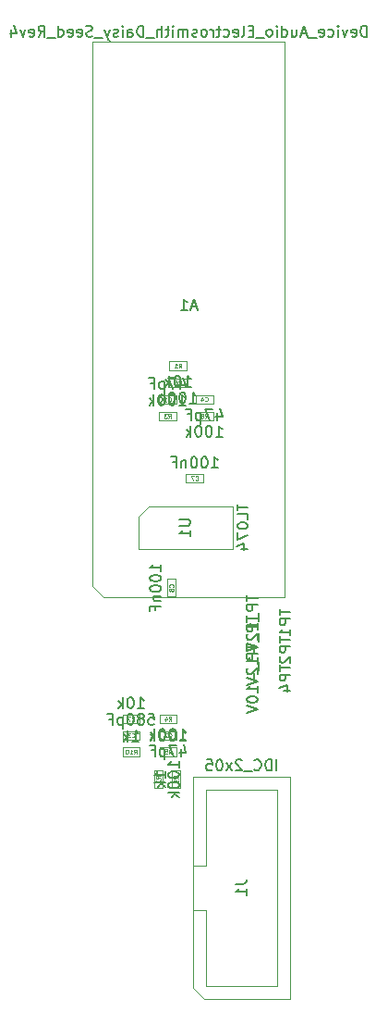
<source format=gbr>
%TF.GenerationSoftware,KiCad,Pcbnew,6.0.10+dfsg-1~bpo11+1*%
%TF.CreationDate,2023-02-01T15:11:05+08:00*%
%TF.ProjectId,MiniVerb v2.0 - Main,4d696e69-5665-4726-9220-76322e30202d,rev?*%
%TF.SameCoordinates,Original*%
%TF.FileFunction,AssemblyDrawing,Bot*%
%FSLAX46Y46*%
G04 Gerber Fmt 4.6, Leading zero omitted, Abs format (unit mm)*
G04 Created by KiCad (PCBNEW 6.0.10+dfsg-1~bpo11+1) date 2023-02-01 15:11:05*
%MOMM*%
%LPD*%
G01*
G04 APERTURE LIST*
%ADD10C,0.150000*%
%ADD11C,0.060000*%
%ADD12C,0.100000*%
G04 APERTURE END LIST*
D10*
%TO.C,R9*%
X133022380Y-130880952D02*
X133022380Y-130309523D01*
X133022380Y-130595238D02*
X132022380Y-130595238D01*
X132165238Y-130500000D01*
X132260476Y-130404761D01*
X132308095Y-130309523D01*
X133022380Y-131309523D02*
X132022380Y-131309523D01*
X132641428Y-131404761D02*
X133022380Y-131690476D01*
X132355714Y-131690476D02*
X132736666Y-131309523D01*
D11*
X134180952Y-130933333D02*
X133990476Y-130800000D01*
X134180952Y-130704761D02*
X133780952Y-130704761D01*
X133780952Y-130857142D01*
X133800000Y-130895238D01*
X133819047Y-130914285D01*
X133857142Y-130933333D01*
X133914285Y-130933333D01*
X133952380Y-130914285D01*
X133971428Y-130895238D01*
X133990476Y-130857142D01*
X133990476Y-130704761D01*
X134180952Y-131123809D02*
X134180952Y-131200000D01*
X134161904Y-131238095D01*
X134142857Y-131257142D01*
X134085714Y-131295238D01*
X134009523Y-131314285D01*
X133857142Y-131314285D01*
X133819047Y-131295238D01*
X133800000Y-131276190D01*
X133780952Y-131238095D01*
X133780952Y-131161904D01*
X133800000Y-131123809D01*
X133819047Y-131104761D01*
X133857142Y-131085714D01*
X133952380Y-131085714D01*
X133990476Y-131104761D01*
X134009523Y-131123809D01*
X134028571Y-131161904D01*
X134028571Y-131238095D01*
X134009523Y-131276190D01*
X133990476Y-131295238D01*
X133952380Y-131314285D01*
D10*
%TO.C,C7*%
X137267619Y-102522380D02*
X137839047Y-102522380D01*
X137553333Y-102522380D02*
X137553333Y-101522380D01*
X137648571Y-101665238D01*
X137743809Y-101760476D01*
X137839047Y-101808095D01*
X136648571Y-101522380D02*
X136553333Y-101522380D01*
X136458095Y-101570000D01*
X136410476Y-101617619D01*
X136362857Y-101712857D01*
X136315238Y-101903333D01*
X136315238Y-102141428D01*
X136362857Y-102331904D01*
X136410476Y-102427142D01*
X136458095Y-102474761D01*
X136553333Y-102522380D01*
X136648571Y-102522380D01*
X136743809Y-102474761D01*
X136791428Y-102427142D01*
X136839047Y-102331904D01*
X136886666Y-102141428D01*
X136886666Y-101903333D01*
X136839047Y-101712857D01*
X136791428Y-101617619D01*
X136743809Y-101570000D01*
X136648571Y-101522380D01*
X135696190Y-101522380D02*
X135600952Y-101522380D01*
X135505714Y-101570000D01*
X135458095Y-101617619D01*
X135410476Y-101712857D01*
X135362857Y-101903333D01*
X135362857Y-102141428D01*
X135410476Y-102331904D01*
X135458095Y-102427142D01*
X135505714Y-102474761D01*
X135600952Y-102522380D01*
X135696190Y-102522380D01*
X135791428Y-102474761D01*
X135839047Y-102427142D01*
X135886666Y-102331904D01*
X135934285Y-102141428D01*
X135934285Y-101903333D01*
X135886666Y-101712857D01*
X135839047Y-101617619D01*
X135791428Y-101570000D01*
X135696190Y-101522380D01*
X134934285Y-101855714D02*
X134934285Y-102522380D01*
X134934285Y-101950952D02*
X134886666Y-101903333D01*
X134791428Y-101855714D01*
X134648571Y-101855714D01*
X134553333Y-101903333D01*
X134505714Y-101998571D01*
X134505714Y-102522380D01*
X133696190Y-101998571D02*
X134029523Y-101998571D01*
X134029523Y-102522380D02*
X134029523Y-101522380D01*
X133553333Y-101522380D01*
D11*
X135786666Y-103642857D02*
X135805714Y-103661904D01*
X135862857Y-103680952D01*
X135900952Y-103680952D01*
X135958095Y-103661904D01*
X135996190Y-103623809D01*
X136015238Y-103585714D01*
X136034285Y-103509523D01*
X136034285Y-103452380D01*
X136015238Y-103376190D01*
X135996190Y-103338095D01*
X135958095Y-103300000D01*
X135900952Y-103280952D01*
X135862857Y-103280952D01*
X135805714Y-103300000D01*
X135786666Y-103319047D01*
X135653333Y-103280952D02*
X135386666Y-103280952D01*
X135558095Y-103680952D01*
D10*
%TO.C,C8*%
X132622380Y-111952380D02*
X132622380Y-111380952D01*
X132622380Y-111666666D02*
X131622380Y-111666666D01*
X131765238Y-111571428D01*
X131860476Y-111476190D01*
X131908095Y-111380952D01*
X131622380Y-112571428D02*
X131622380Y-112666666D01*
X131670000Y-112761904D01*
X131717619Y-112809523D01*
X131812857Y-112857142D01*
X132003333Y-112904761D01*
X132241428Y-112904761D01*
X132431904Y-112857142D01*
X132527142Y-112809523D01*
X132574761Y-112761904D01*
X132622380Y-112666666D01*
X132622380Y-112571428D01*
X132574761Y-112476190D01*
X132527142Y-112428571D01*
X132431904Y-112380952D01*
X132241428Y-112333333D01*
X132003333Y-112333333D01*
X131812857Y-112380952D01*
X131717619Y-112428571D01*
X131670000Y-112476190D01*
X131622380Y-112571428D01*
X131622380Y-113523809D02*
X131622380Y-113619047D01*
X131670000Y-113714285D01*
X131717619Y-113761904D01*
X131812857Y-113809523D01*
X132003333Y-113857142D01*
X132241428Y-113857142D01*
X132431904Y-113809523D01*
X132527142Y-113761904D01*
X132574761Y-113714285D01*
X132622380Y-113619047D01*
X132622380Y-113523809D01*
X132574761Y-113428571D01*
X132527142Y-113380952D01*
X132431904Y-113333333D01*
X132241428Y-113285714D01*
X132003333Y-113285714D01*
X131812857Y-113333333D01*
X131717619Y-113380952D01*
X131670000Y-113428571D01*
X131622380Y-113523809D01*
X131955714Y-114285714D02*
X132622380Y-114285714D01*
X132050952Y-114285714D02*
X132003333Y-114333333D01*
X131955714Y-114428571D01*
X131955714Y-114571428D01*
X132003333Y-114666666D01*
X132098571Y-114714285D01*
X132622380Y-114714285D01*
X132098571Y-115523809D02*
X132098571Y-115190476D01*
X132622380Y-115190476D02*
X131622380Y-115190476D01*
X131622380Y-115666666D01*
D11*
X133742857Y-113433333D02*
X133761904Y-113414285D01*
X133780952Y-113357142D01*
X133780952Y-113319047D01*
X133761904Y-113261904D01*
X133723809Y-113223809D01*
X133685714Y-113204761D01*
X133609523Y-113185714D01*
X133552380Y-113185714D01*
X133476190Y-113204761D01*
X133438095Y-113223809D01*
X133400000Y-113261904D01*
X133380952Y-113319047D01*
X133380952Y-113357142D01*
X133400000Y-113414285D01*
X133419047Y-113433333D01*
X133552380Y-113661904D02*
X133533333Y-113623809D01*
X133514285Y-113604761D01*
X133476190Y-113585714D01*
X133457142Y-113585714D01*
X133419047Y-113604761D01*
X133400000Y-113623809D01*
X133380952Y-113661904D01*
X133380952Y-113738095D01*
X133400000Y-113776190D01*
X133419047Y-113795238D01*
X133457142Y-113814285D01*
X133476190Y-113814285D01*
X133514285Y-113795238D01*
X133533333Y-113776190D01*
X133552380Y-113738095D01*
X133552380Y-113661904D01*
X133571428Y-113623809D01*
X133590476Y-113604761D01*
X133628571Y-113585714D01*
X133704761Y-113585714D01*
X133742857Y-113604761D01*
X133761904Y-113623809D01*
X133780952Y-113661904D01*
X133780952Y-113738095D01*
X133761904Y-113776190D01*
X133742857Y-113795238D01*
X133704761Y-113814285D01*
X133628571Y-113814285D01*
X133590476Y-113795238D01*
X133571428Y-113776190D01*
X133552380Y-113738095D01*
D10*
%TO.C,TP4*%
X140502380Y-118633333D02*
X140502380Y-119204761D01*
X141502380Y-118919047D02*
X140502380Y-118919047D01*
X141502380Y-119538095D02*
X140502380Y-119538095D01*
X140502380Y-119919047D01*
X140550000Y-120014285D01*
X140597619Y-120061904D01*
X140692857Y-120109523D01*
X140835714Y-120109523D01*
X140930952Y-120061904D01*
X140978571Y-120014285D01*
X141026190Y-119919047D01*
X141026190Y-119538095D01*
X141597619Y-120300000D02*
X141597619Y-121061904D01*
X141121428Y-121300000D02*
X141121428Y-122061904D01*
X141502380Y-123061904D02*
X141502380Y-122490476D01*
X141502380Y-122776190D02*
X140502380Y-122776190D01*
X140645238Y-122680952D01*
X140740476Y-122585714D01*
X140788095Y-122490476D01*
X140502380Y-123680952D02*
X140502380Y-123776190D01*
X140550000Y-123871428D01*
X140597619Y-123919047D01*
X140692857Y-123966666D01*
X140883333Y-124014285D01*
X141121428Y-124014285D01*
X141311904Y-123966666D01*
X141407142Y-123919047D01*
X141454761Y-123871428D01*
X141502380Y-123776190D01*
X141502380Y-123680952D01*
X141454761Y-123585714D01*
X141407142Y-123538095D01*
X141311904Y-123490476D01*
X141121428Y-123442857D01*
X140883333Y-123442857D01*
X140692857Y-123490476D01*
X140597619Y-123538095D01*
X140550000Y-123585714D01*
X140502380Y-123680952D01*
X140502380Y-124300000D02*
X141502380Y-124633333D01*
X140502380Y-124966666D01*
X143502380Y-120538095D02*
X143502380Y-121109523D01*
X144502380Y-120823809D02*
X143502380Y-120823809D01*
X144502380Y-121442857D02*
X143502380Y-121442857D01*
X143502380Y-121823809D01*
X143550000Y-121919047D01*
X143597619Y-121966666D01*
X143692857Y-122014285D01*
X143835714Y-122014285D01*
X143930952Y-121966666D01*
X143978571Y-121919047D01*
X144026190Y-121823809D01*
X144026190Y-121442857D01*
X143835714Y-122871428D02*
X144502380Y-122871428D01*
X143454761Y-122633333D02*
X144169047Y-122395238D01*
X144169047Y-123014285D01*
%TO.C,C2*%
X134454166Y-128215714D02*
X134454166Y-128882380D01*
X134692261Y-127834761D02*
X134930357Y-128549047D01*
X134311309Y-128549047D01*
X134025595Y-127882380D02*
X133358928Y-127882380D01*
X133787500Y-128882380D01*
X132977976Y-128215714D02*
X132977976Y-129215714D01*
X132977976Y-128263333D02*
X132882738Y-128215714D01*
X132692261Y-128215714D01*
X132597023Y-128263333D01*
X132549404Y-128310952D01*
X132501785Y-128406190D01*
X132501785Y-128691904D01*
X132549404Y-128787142D01*
X132597023Y-128834761D01*
X132692261Y-128882380D01*
X132882738Y-128882380D01*
X132977976Y-128834761D01*
X131739880Y-128358571D02*
X132073214Y-128358571D01*
X132073214Y-128882380D02*
X132073214Y-127882380D01*
X131597023Y-127882380D01*
D11*
X133354166Y-127142857D02*
X133373214Y-127161904D01*
X133430357Y-127180952D01*
X133468452Y-127180952D01*
X133525595Y-127161904D01*
X133563690Y-127123809D01*
X133582738Y-127085714D01*
X133601785Y-127009523D01*
X133601785Y-126952380D01*
X133582738Y-126876190D01*
X133563690Y-126838095D01*
X133525595Y-126800000D01*
X133468452Y-126780952D01*
X133430357Y-126780952D01*
X133373214Y-126800000D01*
X133354166Y-126819047D01*
X133201785Y-126819047D02*
X133182738Y-126800000D01*
X133144642Y-126780952D01*
X133049404Y-126780952D01*
X133011309Y-126800000D01*
X132992261Y-126819047D01*
X132973214Y-126857142D01*
X132973214Y-126895238D01*
X132992261Y-126952380D01*
X133220833Y-127180952D01*
X132973214Y-127180952D01*
D10*
%TO.C,R1*%
X134795238Y-95100380D02*
X135366666Y-95100380D01*
X135080952Y-95100380D02*
X135080952Y-94100380D01*
X135176190Y-94243238D01*
X135271428Y-94338476D01*
X135366666Y-94386095D01*
X134176190Y-94100380D02*
X134080952Y-94100380D01*
X133985714Y-94148000D01*
X133938095Y-94195619D01*
X133890476Y-94290857D01*
X133842857Y-94481333D01*
X133842857Y-94719428D01*
X133890476Y-94909904D01*
X133938095Y-95005142D01*
X133985714Y-95052761D01*
X134080952Y-95100380D01*
X134176190Y-95100380D01*
X134271428Y-95052761D01*
X134319047Y-95005142D01*
X134366666Y-94909904D01*
X134414285Y-94719428D01*
X134414285Y-94481333D01*
X134366666Y-94290857D01*
X134319047Y-94195619D01*
X134271428Y-94148000D01*
X134176190Y-94100380D01*
X133414285Y-95100380D02*
X133414285Y-94100380D01*
X133319047Y-94719428D02*
X133033333Y-95100380D01*
X133033333Y-94433714D02*
X133414285Y-94814666D01*
D11*
X134266666Y-93398952D02*
X134400000Y-93208476D01*
X134495238Y-93398952D02*
X134495238Y-92998952D01*
X134342857Y-92998952D01*
X134304761Y-93018000D01*
X134285714Y-93037047D01*
X134266666Y-93075142D01*
X134266666Y-93132285D01*
X134285714Y-93170380D01*
X134304761Y-93189428D01*
X134342857Y-93208476D01*
X134495238Y-93208476D01*
X133885714Y-93398952D02*
X134114285Y-93398952D01*
X134000000Y-93398952D02*
X134000000Y-92998952D01*
X134038095Y-93056095D01*
X134076190Y-93094190D01*
X134114285Y-93113238D01*
D10*
%TO.C,TP1*%
X140502380Y-114152380D02*
X140502380Y-114723809D01*
X141502380Y-114438095D02*
X140502380Y-114438095D01*
X141502380Y-115057142D02*
X140502380Y-115057142D01*
X140502380Y-115438095D01*
X140550000Y-115533333D01*
X140597619Y-115580952D01*
X140692857Y-115628571D01*
X140835714Y-115628571D01*
X140930952Y-115580952D01*
X140978571Y-115533333D01*
X141026190Y-115438095D01*
X141026190Y-115057142D01*
X141597619Y-115819047D02*
X141597619Y-116580952D01*
X141502380Y-117342857D02*
X141502380Y-116771428D01*
X141502380Y-117057142D02*
X140502380Y-117057142D01*
X140645238Y-116961904D01*
X140740476Y-116866666D01*
X140788095Y-116771428D01*
X140597619Y-117723809D02*
X140550000Y-117771428D01*
X140502380Y-117866666D01*
X140502380Y-118104761D01*
X140550000Y-118200000D01*
X140597619Y-118247619D01*
X140692857Y-118295238D01*
X140788095Y-118295238D01*
X140930952Y-118247619D01*
X141502380Y-117676190D01*
X141502380Y-118295238D01*
X140502380Y-118580952D02*
X141502380Y-118914285D01*
X140502380Y-119247619D01*
X143502380Y-115438095D02*
X143502380Y-116009523D01*
X144502380Y-115723809D02*
X143502380Y-115723809D01*
X144502380Y-116342857D02*
X143502380Y-116342857D01*
X143502380Y-116723809D01*
X143550000Y-116819047D01*
X143597619Y-116866666D01*
X143692857Y-116914285D01*
X143835714Y-116914285D01*
X143930952Y-116866666D01*
X143978571Y-116819047D01*
X144026190Y-116723809D01*
X144026190Y-116342857D01*
X144502380Y-117866666D02*
X144502380Y-117295238D01*
X144502380Y-117580952D02*
X143502380Y-117580952D01*
X143645238Y-117485714D01*
X143740476Y-117390476D01*
X143788095Y-117295238D01*
%TO.C,U1*%
X139606380Y-105870952D02*
X139606380Y-106442380D01*
X140606380Y-106156666D02*
X139606380Y-106156666D01*
X140606380Y-107251904D02*
X140606380Y-106775714D01*
X139606380Y-106775714D01*
X139606380Y-107775714D02*
X139606380Y-107870952D01*
X139654000Y-107966190D01*
X139701619Y-108013809D01*
X139796857Y-108061428D01*
X139987333Y-108109047D01*
X140225428Y-108109047D01*
X140415904Y-108061428D01*
X140511142Y-108013809D01*
X140558761Y-107966190D01*
X140606380Y-107870952D01*
X140606380Y-107775714D01*
X140558761Y-107680476D01*
X140511142Y-107632857D01*
X140415904Y-107585238D01*
X140225428Y-107537619D01*
X139987333Y-107537619D01*
X139796857Y-107585238D01*
X139701619Y-107632857D01*
X139654000Y-107680476D01*
X139606380Y-107775714D01*
X139606380Y-108442380D02*
X139606380Y-109109047D01*
X140606380Y-108680476D01*
X139939714Y-109918571D02*
X140606380Y-109918571D01*
X139558761Y-109680476D02*
X140273047Y-109442380D01*
X140273047Y-110061428D01*
X134337333Y-107243333D02*
X135130666Y-107243333D01*
X135224000Y-107290000D01*
X135270666Y-107336666D01*
X135317333Y-107430000D01*
X135317333Y-107616666D01*
X135270666Y-107710000D01*
X135224000Y-107756666D01*
X135130666Y-107803333D01*
X134337333Y-107803333D01*
X135317333Y-108783333D02*
X135317333Y-108223333D01*
X135317333Y-108503333D02*
X134337333Y-108503333D01*
X134477333Y-108410000D01*
X134570666Y-108316666D01*
X134617333Y-108223333D01*
%TO.C,TP2*%
X140502380Y-116033333D02*
X140502380Y-116604761D01*
X141502380Y-116319047D02*
X140502380Y-116319047D01*
X141502380Y-116938095D02*
X140502380Y-116938095D01*
X140502380Y-117319047D01*
X140550000Y-117414285D01*
X140597619Y-117461904D01*
X140692857Y-117509523D01*
X140835714Y-117509523D01*
X140930952Y-117461904D01*
X140978571Y-117414285D01*
X141026190Y-117319047D01*
X141026190Y-116938095D01*
X141597619Y-117700000D02*
X141597619Y-118461904D01*
X141121428Y-118700000D02*
X141121428Y-119461904D01*
X141502380Y-120461904D02*
X141502380Y-119890476D01*
X141502380Y-120176190D02*
X140502380Y-120176190D01*
X140645238Y-120080952D01*
X140740476Y-119985714D01*
X140788095Y-119890476D01*
X140597619Y-120842857D02*
X140550000Y-120890476D01*
X140502380Y-120985714D01*
X140502380Y-121223809D01*
X140550000Y-121319047D01*
X140597619Y-121366666D01*
X140692857Y-121414285D01*
X140788095Y-121414285D01*
X140930952Y-121366666D01*
X141502380Y-120795238D01*
X141502380Y-121414285D01*
X140502380Y-121700000D02*
X141502380Y-122033333D01*
X140502380Y-122366666D01*
X143502380Y-117938095D02*
X143502380Y-118509523D01*
X144502380Y-118223809D02*
X143502380Y-118223809D01*
X144502380Y-118842857D02*
X143502380Y-118842857D01*
X143502380Y-119223809D01*
X143550000Y-119319047D01*
X143597619Y-119366666D01*
X143692857Y-119414285D01*
X143835714Y-119414285D01*
X143930952Y-119366666D01*
X143978571Y-119319047D01*
X144026190Y-119223809D01*
X144026190Y-118842857D01*
X143597619Y-119795238D02*
X143550000Y-119842857D01*
X143502380Y-119938095D01*
X143502380Y-120176190D01*
X143550000Y-120271428D01*
X143597619Y-120319047D01*
X143692857Y-120366666D01*
X143788095Y-120366666D01*
X143930952Y-120319047D01*
X144502380Y-119747619D01*
X144502380Y-120366666D01*
%TO.C,R3*%
X134301428Y-96827380D02*
X134872857Y-96827380D01*
X134587142Y-96827380D02*
X134587142Y-95827380D01*
X134682380Y-95970238D01*
X134777619Y-96065476D01*
X134872857Y-96113095D01*
X133682380Y-95827380D02*
X133587142Y-95827380D01*
X133491904Y-95875000D01*
X133444285Y-95922619D01*
X133396666Y-96017857D01*
X133349047Y-96208333D01*
X133349047Y-96446428D01*
X133396666Y-96636904D01*
X133444285Y-96732142D01*
X133491904Y-96779761D01*
X133587142Y-96827380D01*
X133682380Y-96827380D01*
X133777619Y-96779761D01*
X133825238Y-96732142D01*
X133872857Y-96636904D01*
X133920476Y-96446428D01*
X133920476Y-96208333D01*
X133872857Y-96017857D01*
X133825238Y-95922619D01*
X133777619Y-95875000D01*
X133682380Y-95827380D01*
X132730000Y-95827380D02*
X132634761Y-95827380D01*
X132539523Y-95875000D01*
X132491904Y-95922619D01*
X132444285Y-96017857D01*
X132396666Y-96208333D01*
X132396666Y-96446428D01*
X132444285Y-96636904D01*
X132491904Y-96732142D01*
X132539523Y-96779761D01*
X132634761Y-96827380D01*
X132730000Y-96827380D01*
X132825238Y-96779761D01*
X132872857Y-96732142D01*
X132920476Y-96636904D01*
X132968095Y-96446428D01*
X132968095Y-96208333D01*
X132920476Y-96017857D01*
X132872857Y-95922619D01*
X132825238Y-95875000D01*
X132730000Y-95827380D01*
X131968095Y-96827380D02*
X131968095Y-95827380D01*
X131872857Y-96446428D02*
X131587142Y-96827380D01*
X131587142Y-96160714D02*
X131968095Y-96541666D01*
D11*
X133296666Y-97985952D02*
X133430000Y-97795476D01*
X133525238Y-97985952D02*
X133525238Y-97585952D01*
X133372857Y-97585952D01*
X133334761Y-97605000D01*
X133315714Y-97624047D01*
X133296666Y-97662142D01*
X133296666Y-97719285D01*
X133315714Y-97757380D01*
X133334761Y-97776428D01*
X133372857Y-97795476D01*
X133525238Y-97795476D01*
X133163333Y-97585952D02*
X132915714Y-97585952D01*
X133049047Y-97738333D01*
X132991904Y-97738333D01*
X132953809Y-97757380D01*
X132934761Y-97776428D01*
X132915714Y-97814523D01*
X132915714Y-97909761D01*
X132934761Y-97947857D01*
X132953809Y-97966904D01*
X132991904Y-97985952D01*
X133106190Y-97985952D01*
X133144285Y-97966904D01*
X133163333Y-97947857D01*
D10*
%TO.C,J1*%
X143231785Y-130203380D02*
X143231785Y-129203380D01*
X142755595Y-130203380D02*
X142755595Y-129203380D01*
X142517500Y-129203380D01*
X142374642Y-129251000D01*
X142279404Y-129346238D01*
X142231785Y-129441476D01*
X142184166Y-129631952D01*
X142184166Y-129774809D01*
X142231785Y-129965285D01*
X142279404Y-130060523D01*
X142374642Y-130155761D01*
X142517500Y-130203380D01*
X142755595Y-130203380D01*
X141184166Y-130108142D02*
X141231785Y-130155761D01*
X141374642Y-130203380D01*
X141469880Y-130203380D01*
X141612738Y-130155761D01*
X141707976Y-130060523D01*
X141755595Y-129965285D01*
X141803214Y-129774809D01*
X141803214Y-129631952D01*
X141755595Y-129441476D01*
X141707976Y-129346238D01*
X141612738Y-129251000D01*
X141469880Y-129203380D01*
X141374642Y-129203380D01*
X141231785Y-129251000D01*
X141184166Y-129298619D01*
X140993690Y-130298619D02*
X140231785Y-130298619D01*
X140041309Y-129298619D02*
X139993690Y-129251000D01*
X139898452Y-129203380D01*
X139660357Y-129203380D01*
X139565119Y-129251000D01*
X139517500Y-129298619D01*
X139469880Y-129393857D01*
X139469880Y-129489095D01*
X139517500Y-129631952D01*
X140088928Y-130203380D01*
X139469880Y-130203380D01*
X139136547Y-130203380D02*
X138612738Y-129536714D01*
X139136547Y-129536714D02*
X138612738Y-130203380D01*
X138041309Y-129203380D02*
X137946071Y-129203380D01*
X137850833Y-129251000D01*
X137803214Y-129298619D01*
X137755595Y-129393857D01*
X137707976Y-129584333D01*
X137707976Y-129822428D01*
X137755595Y-130012904D01*
X137803214Y-130108142D01*
X137850833Y-130155761D01*
X137946071Y-130203380D01*
X138041309Y-130203380D01*
X138136547Y-130155761D01*
X138184166Y-130108142D01*
X138231785Y-130012904D01*
X138279404Y-129822428D01*
X138279404Y-129584333D01*
X138231785Y-129393857D01*
X138184166Y-129298619D01*
X138136547Y-129251000D01*
X138041309Y-129203380D01*
X136803214Y-129203380D02*
X137279404Y-129203380D01*
X137327023Y-129679571D01*
X137279404Y-129631952D01*
X137184166Y-129584333D01*
X136946071Y-129584333D01*
X136850833Y-129631952D01*
X136803214Y-129679571D01*
X136755595Y-129774809D01*
X136755595Y-130012904D01*
X136803214Y-130108142D01*
X136850833Y-130155761D01*
X136946071Y-130203380D01*
X137184166Y-130203380D01*
X137279404Y-130155761D01*
X137327023Y-130108142D01*
X139469880Y-140597666D02*
X140184166Y-140597666D01*
X140327023Y-140550047D01*
X140422261Y-140454809D01*
X140469880Y-140311952D01*
X140469880Y-140216714D01*
X140469880Y-141597666D02*
X140469880Y-141026238D01*
X140469880Y-141311952D02*
X139469880Y-141311952D01*
X139612738Y-141216714D01*
X139707976Y-141121476D01*
X139755595Y-141026238D01*
%TO.C,C3*%
X131495238Y-125022380D02*
X131971428Y-125022380D01*
X132019047Y-125498571D01*
X131971428Y-125450952D01*
X131876190Y-125403333D01*
X131638095Y-125403333D01*
X131542857Y-125450952D01*
X131495238Y-125498571D01*
X131447619Y-125593809D01*
X131447619Y-125831904D01*
X131495238Y-125927142D01*
X131542857Y-125974761D01*
X131638095Y-126022380D01*
X131876190Y-126022380D01*
X131971428Y-125974761D01*
X132019047Y-125927142D01*
X130876190Y-125450952D02*
X130971428Y-125403333D01*
X131019047Y-125355714D01*
X131066666Y-125260476D01*
X131066666Y-125212857D01*
X131019047Y-125117619D01*
X130971428Y-125070000D01*
X130876190Y-125022380D01*
X130685714Y-125022380D01*
X130590476Y-125070000D01*
X130542857Y-125117619D01*
X130495238Y-125212857D01*
X130495238Y-125260476D01*
X130542857Y-125355714D01*
X130590476Y-125403333D01*
X130685714Y-125450952D01*
X130876190Y-125450952D01*
X130971428Y-125498571D01*
X131019047Y-125546190D01*
X131066666Y-125641428D01*
X131066666Y-125831904D01*
X131019047Y-125927142D01*
X130971428Y-125974761D01*
X130876190Y-126022380D01*
X130685714Y-126022380D01*
X130590476Y-125974761D01*
X130542857Y-125927142D01*
X130495238Y-125831904D01*
X130495238Y-125641428D01*
X130542857Y-125546190D01*
X130590476Y-125498571D01*
X130685714Y-125450952D01*
X129876190Y-125022380D02*
X129780952Y-125022380D01*
X129685714Y-125070000D01*
X129638095Y-125117619D01*
X129590476Y-125212857D01*
X129542857Y-125403333D01*
X129542857Y-125641428D01*
X129590476Y-125831904D01*
X129638095Y-125927142D01*
X129685714Y-125974761D01*
X129780952Y-126022380D01*
X129876190Y-126022380D01*
X129971428Y-125974761D01*
X130019047Y-125927142D01*
X130066666Y-125831904D01*
X130114285Y-125641428D01*
X130114285Y-125403333D01*
X130066666Y-125212857D01*
X130019047Y-125117619D01*
X129971428Y-125070000D01*
X129876190Y-125022380D01*
X129114285Y-125355714D02*
X129114285Y-126355714D01*
X129114285Y-125403333D02*
X129019047Y-125355714D01*
X128828571Y-125355714D01*
X128733333Y-125403333D01*
X128685714Y-125450952D01*
X128638095Y-125546190D01*
X128638095Y-125831904D01*
X128685714Y-125927142D01*
X128733333Y-125974761D01*
X128828571Y-126022380D01*
X129019047Y-126022380D01*
X129114285Y-125974761D01*
X127876190Y-125498571D02*
X128209523Y-125498571D01*
X128209523Y-126022380D02*
X128209523Y-125022380D01*
X127733333Y-125022380D01*
D11*
X129966666Y-127142857D02*
X129985714Y-127161904D01*
X130042857Y-127180952D01*
X130080952Y-127180952D01*
X130138095Y-127161904D01*
X130176190Y-127123809D01*
X130195238Y-127085714D01*
X130214285Y-127009523D01*
X130214285Y-126952380D01*
X130195238Y-126876190D01*
X130176190Y-126838095D01*
X130138095Y-126800000D01*
X130080952Y-126780952D01*
X130042857Y-126780952D01*
X129985714Y-126800000D01*
X129966666Y-126819047D01*
X129833333Y-126780952D02*
X129585714Y-126780952D01*
X129719047Y-126933333D01*
X129661904Y-126933333D01*
X129623809Y-126952380D01*
X129604761Y-126971428D01*
X129585714Y-127009523D01*
X129585714Y-127104761D01*
X129604761Y-127142857D01*
X129623809Y-127161904D01*
X129661904Y-127180952D01*
X129776190Y-127180952D01*
X129814285Y-127161904D01*
X129833333Y-127142857D01*
D10*
%TO.C,R8*%
X137681428Y-99682380D02*
X138252857Y-99682380D01*
X137967142Y-99682380D02*
X137967142Y-98682380D01*
X138062380Y-98825238D01*
X138157619Y-98920476D01*
X138252857Y-98968095D01*
X137062380Y-98682380D02*
X136967142Y-98682380D01*
X136871904Y-98730000D01*
X136824285Y-98777619D01*
X136776666Y-98872857D01*
X136729047Y-99063333D01*
X136729047Y-99301428D01*
X136776666Y-99491904D01*
X136824285Y-99587142D01*
X136871904Y-99634761D01*
X136967142Y-99682380D01*
X137062380Y-99682380D01*
X137157619Y-99634761D01*
X137205238Y-99587142D01*
X137252857Y-99491904D01*
X137300476Y-99301428D01*
X137300476Y-99063333D01*
X137252857Y-98872857D01*
X137205238Y-98777619D01*
X137157619Y-98730000D01*
X137062380Y-98682380D01*
X136110000Y-98682380D02*
X136014761Y-98682380D01*
X135919523Y-98730000D01*
X135871904Y-98777619D01*
X135824285Y-98872857D01*
X135776666Y-99063333D01*
X135776666Y-99301428D01*
X135824285Y-99491904D01*
X135871904Y-99587142D01*
X135919523Y-99634761D01*
X136014761Y-99682380D01*
X136110000Y-99682380D01*
X136205238Y-99634761D01*
X136252857Y-99587142D01*
X136300476Y-99491904D01*
X136348095Y-99301428D01*
X136348095Y-99063333D01*
X136300476Y-98872857D01*
X136252857Y-98777619D01*
X136205238Y-98730000D01*
X136110000Y-98682380D01*
X135348095Y-99682380D02*
X135348095Y-98682380D01*
X135252857Y-99301428D02*
X134967142Y-99682380D01*
X134967142Y-99015714D02*
X135348095Y-99396666D01*
D11*
X136676666Y-97980952D02*
X136810000Y-97790476D01*
X136905238Y-97980952D02*
X136905238Y-97580952D01*
X136752857Y-97580952D01*
X136714761Y-97600000D01*
X136695714Y-97619047D01*
X136676666Y-97657142D01*
X136676666Y-97714285D01*
X136695714Y-97752380D01*
X136714761Y-97771428D01*
X136752857Y-97790476D01*
X136905238Y-97790476D01*
X136448095Y-97752380D02*
X136486190Y-97733333D01*
X136505238Y-97714285D01*
X136524285Y-97676190D01*
X136524285Y-97657142D01*
X136505238Y-97619047D01*
X136486190Y-97600000D01*
X136448095Y-97580952D01*
X136371904Y-97580952D01*
X136333809Y-97600000D01*
X136314761Y-97619047D01*
X136295714Y-97657142D01*
X136295714Y-97676190D01*
X136314761Y-97714285D01*
X136333809Y-97733333D01*
X136371904Y-97752380D01*
X136448095Y-97752380D01*
X136486190Y-97771428D01*
X136505238Y-97790476D01*
X136524285Y-97828571D01*
X136524285Y-97904761D01*
X136505238Y-97942857D01*
X136486190Y-97961904D01*
X136448095Y-97980952D01*
X136371904Y-97980952D01*
X136333809Y-97961904D01*
X136314761Y-97942857D01*
X136295714Y-97904761D01*
X136295714Y-97828571D01*
X136314761Y-97790476D01*
X136333809Y-97771428D01*
X136371904Y-97752380D01*
D10*
%TO.C,A1*%
X151490456Y-63102380D02*
X151490456Y-62102380D01*
X151252361Y-62102380D01*
X151109504Y-62150000D01*
X151014266Y-62245238D01*
X150966647Y-62340476D01*
X150919028Y-62530952D01*
X150919028Y-62673809D01*
X150966647Y-62864285D01*
X151014266Y-62959523D01*
X151109504Y-63054761D01*
X151252361Y-63102380D01*
X151490456Y-63102380D01*
X150109504Y-63054761D02*
X150204742Y-63102380D01*
X150395218Y-63102380D01*
X150490456Y-63054761D01*
X150538075Y-62959523D01*
X150538075Y-62578571D01*
X150490456Y-62483333D01*
X150395218Y-62435714D01*
X150204742Y-62435714D01*
X150109504Y-62483333D01*
X150061885Y-62578571D01*
X150061885Y-62673809D01*
X150538075Y-62769047D01*
X149728552Y-62435714D02*
X149490456Y-63102380D01*
X149252361Y-62435714D01*
X148871409Y-63102380D02*
X148871409Y-62435714D01*
X148871409Y-62102380D02*
X148919028Y-62150000D01*
X148871409Y-62197619D01*
X148823790Y-62150000D01*
X148871409Y-62102380D01*
X148871409Y-62197619D01*
X147966647Y-63054761D02*
X148061885Y-63102380D01*
X148252361Y-63102380D01*
X148347599Y-63054761D01*
X148395218Y-63007142D01*
X148442837Y-62911904D01*
X148442837Y-62626190D01*
X148395218Y-62530952D01*
X148347599Y-62483333D01*
X148252361Y-62435714D01*
X148061885Y-62435714D01*
X147966647Y-62483333D01*
X147157123Y-63054761D02*
X147252361Y-63102380D01*
X147442837Y-63102380D01*
X147538075Y-63054761D01*
X147585694Y-62959523D01*
X147585694Y-62578571D01*
X147538075Y-62483333D01*
X147442837Y-62435714D01*
X147252361Y-62435714D01*
X147157123Y-62483333D01*
X147109504Y-62578571D01*
X147109504Y-62673809D01*
X147585694Y-62769047D01*
X146919028Y-63197619D02*
X146157123Y-63197619D01*
X145966647Y-62816666D02*
X145490456Y-62816666D01*
X146061885Y-63102380D02*
X145728552Y-62102380D01*
X145395218Y-63102380D01*
X144633313Y-62435714D02*
X144633313Y-63102380D01*
X145061885Y-62435714D02*
X145061885Y-62959523D01*
X145014266Y-63054761D01*
X144919028Y-63102380D01*
X144776171Y-63102380D01*
X144680933Y-63054761D01*
X144633313Y-63007142D01*
X143728552Y-63102380D02*
X143728552Y-62102380D01*
X143728552Y-63054761D02*
X143823790Y-63102380D01*
X144014266Y-63102380D01*
X144109504Y-63054761D01*
X144157123Y-63007142D01*
X144204742Y-62911904D01*
X144204742Y-62626190D01*
X144157123Y-62530952D01*
X144109504Y-62483333D01*
X144014266Y-62435714D01*
X143823790Y-62435714D01*
X143728552Y-62483333D01*
X143252361Y-63102380D02*
X143252361Y-62435714D01*
X143252361Y-62102380D02*
X143299980Y-62150000D01*
X143252361Y-62197619D01*
X143204742Y-62150000D01*
X143252361Y-62102380D01*
X143252361Y-62197619D01*
X142633313Y-63102380D02*
X142728552Y-63054761D01*
X142776171Y-63007142D01*
X142823790Y-62911904D01*
X142823790Y-62626190D01*
X142776171Y-62530952D01*
X142728552Y-62483333D01*
X142633313Y-62435714D01*
X142490456Y-62435714D01*
X142395218Y-62483333D01*
X142347599Y-62530952D01*
X142299980Y-62626190D01*
X142299980Y-62911904D01*
X142347599Y-63007142D01*
X142395218Y-63054761D01*
X142490456Y-63102380D01*
X142633313Y-63102380D01*
X142109504Y-63197619D02*
X141347599Y-63197619D01*
X141109504Y-62578571D02*
X140776171Y-62578571D01*
X140633313Y-63102380D02*
X141109504Y-63102380D01*
X141109504Y-62102380D01*
X140633313Y-62102380D01*
X140061885Y-63102380D02*
X140157123Y-63054761D01*
X140204742Y-62959523D01*
X140204742Y-62102380D01*
X139299980Y-63054761D02*
X139395218Y-63102380D01*
X139585694Y-63102380D01*
X139680933Y-63054761D01*
X139728552Y-62959523D01*
X139728552Y-62578571D01*
X139680933Y-62483333D01*
X139585694Y-62435714D01*
X139395218Y-62435714D01*
X139299980Y-62483333D01*
X139252361Y-62578571D01*
X139252361Y-62673809D01*
X139728552Y-62769047D01*
X138395218Y-63054761D02*
X138490456Y-63102380D01*
X138680933Y-63102380D01*
X138776171Y-63054761D01*
X138823790Y-63007142D01*
X138871409Y-62911904D01*
X138871409Y-62626190D01*
X138823790Y-62530952D01*
X138776171Y-62483333D01*
X138680933Y-62435714D01*
X138490456Y-62435714D01*
X138395218Y-62483333D01*
X138109504Y-62435714D02*
X137728552Y-62435714D01*
X137966647Y-62102380D02*
X137966647Y-62959523D01*
X137919028Y-63054761D01*
X137823790Y-63102380D01*
X137728552Y-63102380D01*
X137395218Y-63102380D02*
X137395218Y-62435714D01*
X137395218Y-62626190D02*
X137347599Y-62530952D01*
X137299980Y-62483333D01*
X137204742Y-62435714D01*
X137109504Y-62435714D01*
X136633313Y-63102380D02*
X136728552Y-63054761D01*
X136776171Y-63007142D01*
X136823790Y-62911904D01*
X136823790Y-62626190D01*
X136776171Y-62530952D01*
X136728552Y-62483333D01*
X136633313Y-62435714D01*
X136490456Y-62435714D01*
X136395218Y-62483333D01*
X136347599Y-62530952D01*
X136299980Y-62626190D01*
X136299980Y-62911904D01*
X136347599Y-63007142D01*
X136395218Y-63054761D01*
X136490456Y-63102380D01*
X136633313Y-63102380D01*
X135919028Y-63054761D02*
X135823790Y-63102380D01*
X135633313Y-63102380D01*
X135538075Y-63054761D01*
X135490456Y-62959523D01*
X135490456Y-62911904D01*
X135538075Y-62816666D01*
X135633313Y-62769047D01*
X135776171Y-62769047D01*
X135871409Y-62721428D01*
X135919028Y-62626190D01*
X135919028Y-62578571D01*
X135871409Y-62483333D01*
X135776171Y-62435714D01*
X135633313Y-62435714D01*
X135538075Y-62483333D01*
X135061885Y-63102380D02*
X135061885Y-62435714D01*
X135061885Y-62530952D02*
X135014266Y-62483333D01*
X134919028Y-62435714D01*
X134776171Y-62435714D01*
X134680933Y-62483333D01*
X134633313Y-62578571D01*
X134633313Y-63102380D01*
X134633313Y-62578571D02*
X134585694Y-62483333D01*
X134490456Y-62435714D01*
X134347599Y-62435714D01*
X134252361Y-62483333D01*
X134204742Y-62578571D01*
X134204742Y-63102380D01*
X133728552Y-63102380D02*
X133728552Y-62435714D01*
X133728552Y-62102380D02*
X133776171Y-62150000D01*
X133728552Y-62197619D01*
X133680933Y-62150000D01*
X133728552Y-62102380D01*
X133728552Y-62197619D01*
X133395218Y-62435714D02*
X133014266Y-62435714D01*
X133252361Y-62102380D02*
X133252361Y-62959523D01*
X133204742Y-63054761D01*
X133109504Y-63102380D01*
X133014266Y-63102380D01*
X132680933Y-63102380D02*
X132680933Y-62102380D01*
X132252361Y-63102380D02*
X132252361Y-62578571D01*
X132299980Y-62483333D01*
X132395218Y-62435714D01*
X132538075Y-62435714D01*
X132633313Y-62483333D01*
X132680933Y-62530952D01*
X132014266Y-63197619D02*
X131252361Y-63197619D01*
X131014266Y-63102380D02*
X131014266Y-62102380D01*
X130776171Y-62102380D01*
X130633313Y-62150000D01*
X130538075Y-62245238D01*
X130490456Y-62340476D01*
X130442837Y-62530952D01*
X130442837Y-62673809D01*
X130490456Y-62864285D01*
X130538075Y-62959523D01*
X130633313Y-63054761D01*
X130776171Y-63102380D01*
X131014266Y-63102380D01*
X129585694Y-63102380D02*
X129585694Y-62578571D01*
X129633313Y-62483333D01*
X129728552Y-62435714D01*
X129919028Y-62435714D01*
X130014266Y-62483333D01*
X129585694Y-63054761D02*
X129680933Y-63102380D01*
X129919028Y-63102380D01*
X130014266Y-63054761D01*
X130061885Y-62959523D01*
X130061885Y-62864285D01*
X130014266Y-62769047D01*
X129919028Y-62721428D01*
X129680933Y-62721428D01*
X129585694Y-62673809D01*
X129109504Y-63102380D02*
X129109504Y-62435714D01*
X129109504Y-62102380D02*
X129157123Y-62150000D01*
X129109504Y-62197619D01*
X129061885Y-62150000D01*
X129109504Y-62102380D01*
X129109504Y-62197619D01*
X128680933Y-63054761D02*
X128585694Y-63102380D01*
X128395218Y-63102380D01*
X128299980Y-63054761D01*
X128252361Y-62959523D01*
X128252361Y-62911904D01*
X128299980Y-62816666D01*
X128395218Y-62769047D01*
X128538075Y-62769047D01*
X128633313Y-62721428D01*
X128680933Y-62626190D01*
X128680933Y-62578571D01*
X128633313Y-62483333D01*
X128538075Y-62435714D01*
X128395218Y-62435714D01*
X128299980Y-62483333D01*
X127919028Y-62435714D02*
X127680933Y-63102380D01*
X127442837Y-62435714D02*
X127680933Y-63102380D01*
X127776171Y-63340476D01*
X127823790Y-63388095D01*
X127919028Y-63435714D01*
X127299980Y-63197619D02*
X126538075Y-63197619D01*
X126347599Y-63054761D02*
X126204742Y-63102380D01*
X125966647Y-63102380D01*
X125871409Y-63054761D01*
X125823790Y-63007142D01*
X125776171Y-62911904D01*
X125776171Y-62816666D01*
X125823790Y-62721428D01*
X125871409Y-62673809D01*
X125966647Y-62626190D01*
X126157123Y-62578571D01*
X126252361Y-62530952D01*
X126299980Y-62483333D01*
X126347599Y-62388095D01*
X126347599Y-62292857D01*
X126299980Y-62197619D01*
X126252361Y-62150000D01*
X126157123Y-62102380D01*
X125919028Y-62102380D01*
X125776171Y-62150000D01*
X124966647Y-63054761D02*
X125061885Y-63102380D01*
X125252361Y-63102380D01*
X125347599Y-63054761D01*
X125395218Y-62959523D01*
X125395218Y-62578571D01*
X125347599Y-62483333D01*
X125252361Y-62435714D01*
X125061885Y-62435714D01*
X124966647Y-62483333D01*
X124919028Y-62578571D01*
X124919028Y-62673809D01*
X125395218Y-62769047D01*
X124109504Y-63054761D02*
X124204742Y-63102380D01*
X124395218Y-63102380D01*
X124490456Y-63054761D01*
X124538075Y-62959523D01*
X124538075Y-62578571D01*
X124490456Y-62483333D01*
X124395218Y-62435714D01*
X124204742Y-62435714D01*
X124109504Y-62483333D01*
X124061885Y-62578571D01*
X124061885Y-62673809D01*
X124538075Y-62769047D01*
X123204742Y-63102380D02*
X123204742Y-62102380D01*
X123204742Y-63054761D02*
X123299980Y-63102380D01*
X123490456Y-63102380D01*
X123585694Y-63054761D01*
X123633313Y-63007142D01*
X123680933Y-62911904D01*
X123680933Y-62626190D01*
X123633313Y-62530952D01*
X123585694Y-62483333D01*
X123490456Y-62435714D01*
X123299980Y-62435714D01*
X123204742Y-62483333D01*
X122966647Y-63197619D02*
X122204742Y-63197619D01*
X121395218Y-63102380D02*
X121728552Y-62626190D01*
X121966647Y-63102380D02*
X121966647Y-62102380D01*
X121585694Y-62102380D01*
X121490456Y-62150000D01*
X121442837Y-62197619D01*
X121395218Y-62292857D01*
X121395218Y-62435714D01*
X121442837Y-62530952D01*
X121490456Y-62578571D01*
X121585694Y-62626190D01*
X121966647Y-62626190D01*
X120585694Y-63054761D02*
X120680933Y-63102380D01*
X120871409Y-63102380D01*
X120966647Y-63054761D01*
X121014266Y-62959523D01*
X121014266Y-62578571D01*
X120966647Y-62483333D01*
X120871409Y-62435714D01*
X120680933Y-62435714D01*
X120585694Y-62483333D01*
X120538075Y-62578571D01*
X120538075Y-62673809D01*
X121014266Y-62769047D01*
X120204742Y-62435714D02*
X119966647Y-63102380D01*
X119728552Y-62435714D01*
X118919028Y-62435714D02*
X118919028Y-63102380D01*
X119157123Y-62054761D02*
X119395218Y-62769047D01*
X118776171Y-62769047D01*
X135895218Y-87816666D02*
X135419028Y-87816666D01*
X135990456Y-88102380D02*
X135657123Y-87102380D01*
X135323790Y-88102380D01*
X134466647Y-88102380D02*
X135038075Y-88102380D01*
X134752361Y-88102380D02*
X134752361Y-87102380D01*
X134847599Y-87245238D01*
X134942837Y-87340476D01*
X135038075Y-87388095D01*
%TO.C,R6*%
X135261428Y-96632380D02*
X135832857Y-96632380D01*
X135547142Y-96632380D02*
X135547142Y-95632380D01*
X135642380Y-95775238D01*
X135737619Y-95870476D01*
X135832857Y-95918095D01*
X134642380Y-95632380D02*
X134547142Y-95632380D01*
X134451904Y-95680000D01*
X134404285Y-95727619D01*
X134356666Y-95822857D01*
X134309047Y-96013333D01*
X134309047Y-96251428D01*
X134356666Y-96441904D01*
X134404285Y-96537142D01*
X134451904Y-96584761D01*
X134547142Y-96632380D01*
X134642380Y-96632380D01*
X134737619Y-96584761D01*
X134785238Y-96537142D01*
X134832857Y-96441904D01*
X134880476Y-96251428D01*
X134880476Y-96013333D01*
X134832857Y-95822857D01*
X134785238Y-95727619D01*
X134737619Y-95680000D01*
X134642380Y-95632380D01*
X133690000Y-95632380D02*
X133594761Y-95632380D01*
X133499523Y-95680000D01*
X133451904Y-95727619D01*
X133404285Y-95822857D01*
X133356666Y-96013333D01*
X133356666Y-96251428D01*
X133404285Y-96441904D01*
X133451904Y-96537142D01*
X133499523Y-96584761D01*
X133594761Y-96632380D01*
X133690000Y-96632380D01*
X133785238Y-96584761D01*
X133832857Y-96537142D01*
X133880476Y-96441904D01*
X133928095Y-96251428D01*
X133928095Y-96013333D01*
X133880476Y-95822857D01*
X133832857Y-95727619D01*
X133785238Y-95680000D01*
X133690000Y-95632380D01*
X132928095Y-96632380D02*
X132928095Y-95632380D01*
X132832857Y-96251428D02*
X132547142Y-96632380D01*
X132547142Y-95965714D02*
X132928095Y-96346666D01*
D11*
X134256666Y-94930952D02*
X134390000Y-94740476D01*
X134485238Y-94930952D02*
X134485238Y-94530952D01*
X134332857Y-94530952D01*
X134294761Y-94550000D01*
X134275714Y-94569047D01*
X134256666Y-94607142D01*
X134256666Y-94664285D01*
X134275714Y-94702380D01*
X134294761Y-94721428D01*
X134332857Y-94740476D01*
X134485238Y-94740476D01*
X133913809Y-94530952D02*
X133990000Y-94530952D01*
X134028095Y-94550000D01*
X134047142Y-94569047D01*
X134085238Y-94626190D01*
X134104285Y-94702380D01*
X134104285Y-94854761D01*
X134085238Y-94892857D01*
X134066190Y-94911904D01*
X134028095Y-94930952D01*
X133951904Y-94930952D01*
X133913809Y-94911904D01*
X133894761Y-94892857D01*
X133875714Y-94854761D01*
X133875714Y-94759523D01*
X133894761Y-94721428D01*
X133913809Y-94702380D01*
X133951904Y-94683333D01*
X134028095Y-94683333D01*
X134066190Y-94702380D01*
X134085238Y-94721428D01*
X134104285Y-94759523D01*
D10*
%TO.C,R2*%
X134282380Y-129928571D02*
X134282380Y-129357142D01*
X134282380Y-129642857D02*
X133282380Y-129642857D01*
X133425238Y-129547619D01*
X133520476Y-129452380D01*
X133568095Y-129357142D01*
X133282380Y-130547619D02*
X133282380Y-130642857D01*
X133330000Y-130738095D01*
X133377619Y-130785714D01*
X133472857Y-130833333D01*
X133663333Y-130880952D01*
X133901428Y-130880952D01*
X134091904Y-130833333D01*
X134187142Y-130785714D01*
X134234761Y-130738095D01*
X134282380Y-130642857D01*
X134282380Y-130547619D01*
X134234761Y-130452380D01*
X134187142Y-130404761D01*
X134091904Y-130357142D01*
X133901428Y-130309523D01*
X133663333Y-130309523D01*
X133472857Y-130357142D01*
X133377619Y-130404761D01*
X133330000Y-130452380D01*
X133282380Y-130547619D01*
X133282380Y-131500000D02*
X133282380Y-131595238D01*
X133330000Y-131690476D01*
X133377619Y-131738095D01*
X133472857Y-131785714D01*
X133663333Y-131833333D01*
X133901428Y-131833333D01*
X134091904Y-131785714D01*
X134187142Y-131738095D01*
X134234761Y-131690476D01*
X134282380Y-131595238D01*
X134282380Y-131500000D01*
X134234761Y-131404761D01*
X134187142Y-131357142D01*
X134091904Y-131309523D01*
X133901428Y-131261904D01*
X133663333Y-131261904D01*
X133472857Y-131309523D01*
X133377619Y-131357142D01*
X133330000Y-131404761D01*
X133282380Y-131500000D01*
X134282380Y-132261904D02*
X133282380Y-132261904D01*
X133901428Y-132357142D02*
X134282380Y-132642857D01*
X133615714Y-132642857D02*
X133996666Y-132261904D01*
D11*
X132580952Y-130933333D02*
X132390476Y-130800000D01*
X132580952Y-130704761D02*
X132180952Y-130704761D01*
X132180952Y-130857142D01*
X132200000Y-130895238D01*
X132219047Y-130914285D01*
X132257142Y-130933333D01*
X132314285Y-130933333D01*
X132352380Y-130914285D01*
X132371428Y-130895238D01*
X132390476Y-130857142D01*
X132390476Y-130704761D01*
X132219047Y-131085714D02*
X132200000Y-131104761D01*
X132180952Y-131142857D01*
X132180952Y-131238095D01*
X132200000Y-131276190D01*
X132219047Y-131295238D01*
X132257142Y-131314285D01*
X132295238Y-131314285D01*
X132352380Y-131295238D01*
X132580952Y-131066666D01*
X132580952Y-131314285D01*
D10*
%TO.C,R4*%
X134358928Y-127382380D02*
X134930357Y-127382380D01*
X134644642Y-127382380D02*
X134644642Y-126382380D01*
X134739880Y-126525238D01*
X134835119Y-126620476D01*
X134930357Y-126668095D01*
X133739880Y-126382380D02*
X133644642Y-126382380D01*
X133549404Y-126430000D01*
X133501785Y-126477619D01*
X133454166Y-126572857D01*
X133406547Y-126763333D01*
X133406547Y-127001428D01*
X133454166Y-127191904D01*
X133501785Y-127287142D01*
X133549404Y-127334761D01*
X133644642Y-127382380D01*
X133739880Y-127382380D01*
X133835119Y-127334761D01*
X133882738Y-127287142D01*
X133930357Y-127191904D01*
X133977976Y-127001428D01*
X133977976Y-126763333D01*
X133930357Y-126572857D01*
X133882738Y-126477619D01*
X133835119Y-126430000D01*
X133739880Y-126382380D01*
X132787500Y-126382380D02*
X132692261Y-126382380D01*
X132597023Y-126430000D01*
X132549404Y-126477619D01*
X132501785Y-126572857D01*
X132454166Y-126763333D01*
X132454166Y-127001428D01*
X132501785Y-127191904D01*
X132549404Y-127287142D01*
X132597023Y-127334761D01*
X132692261Y-127382380D01*
X132787500Y-127382380D01*
X132882738Y-127334761D01*
X132930357Y-127287142D01*
X132977976Y-127191904D01*
X133025595Y-127001428D01*
X133025595Y-126763333D01*
X132977976Y-126572857D01*
X132930357Y-126477619D01*
X132882738Y-126430000D01*
X132787500Y-126382380D01*
X132025595Y-127382380D02*
X132025595Y-126382380D01*
X131930357Y-127001428D02*
X131644642Y-127382380D01*
X131644642Y-126715714D02*
X132025595Y-127096666D01*
D11*
X133354166Y-125680952D02*
X133487500Y-125490476D01*
X133582738Y-125680952D02*
X133582738Y-125280952D01*
X133430357Y-125280952D01*
X133392261Y-125300000D01*
X133373214Y-125319047D01*
X133354166Y-125357142D01*
X133354166Y-125414285D01*
X133373214Y-125452380D01*
X133392261Y-125471428D01*
X133430357Y-125490476D01*
X133582738Y-125490476D01*
X133011309Y-125414285D02*
X133011309Y-125680952D01*
X133106547Y-125261904D02*
X133201785Y-125547619D01*
X132954166Y-125547619D01*
D10*
%TO.C,C1*%
X134396666Y-94635714D02*
X134396666Y-95302380D01*
X134634761Y-94254761D02*
X134872857Y-94969047D01*
X134253809Y-94969047D01*
X133968095Y-94302380D02*
X133301428Y-94302380D01*
X133730000Y-95302380D01*
X132920476Y-94635714D02*
X132920476Y-95635714D01*
X132920476Y-94683333D02*
X132825238Y-94635714D01*
X132634761Y-94635714D01*
X132539523Y-94683333D01*
X132491904Y-94730952D01*
X132444285Y-94826190D01*
X132444285Y-95111904D01*
X132491904Y-95207142D01*
X132539523Y-95254761D01*
X132634761Y-95302380D01*
X132825238Y-95302380D01*
X132920476Y-95254761D01*
X131682380Y-94778571D02*
X132015714Y-94778571D01*
X132015714Y-95302380D02*
X132015714Y-94302380D01*
X131539523Y-94302380D01*
D11*
X133296666Y-96422857D02*
X133315714Y-96441904D01*
X133372857Y-96460952D01*
X133410952Y-96460952D01*
X133468095Y-96441904D01*
X133506190Y-96403809D01*
X133525238Y-96365714D01*
X133544285Y-96289523D01*
X133544285Y-96232380D01*
X133525238Y-96156190D01*
X133506190Y-96118095D01*
X133468095Y-96080000D01*
X133410952Y-96060952D01*
X133372857Y-96060952D01*
X133315714Y-96080000D01*
X133296666Y-96099047D01*
X132915714Y-96460952D02*
X133144285Y-96460952D01*
X133030000Y-96460952D02*
X133030000Y-96060952D01*
X133068095Y-96118095D01*
X133106190Y-96156190D01*
X133144285Y-96175238D01*
D10*
%TO.C,R7*%
X130495238Y-124522380D02*
X131066666Y-124522380D01*
X130780952Y-124522380D02*
X130780952Y-123522380D01*
X130876190Y-123665238D01*
X130971428Y-123760476D01*
X131066666Y-123808095D01*
X129876190Y-123522380D02*
X129780952Y-123522380D01*
X129685714Y-123570000D01*
X129638095Y-123617619D01*
X129590476Y-123712857D01*
X129542857Y-123903333D01*
X129542857Y-124141428D01*
X129590476Y-124331904D01*
X129638095Y-124427142D01*
X129685714Y-124474761D01*
X129780952Y-124522380D01*
X129876190Y-124522380D01*
X129971428Y-124474761D01*
X130019047Y-124427142D01*
X130066666Y-124331904D01*
X130114285Y-124141428D01*
X130114285Y-123903333D01*
X130066666Y-123712857D01*
X130019047Y-123617619D01*
X129971428Y-123570000D01*
X129876190Y-123522380D01*
X129114285Y-124522380D02*
X129114285Y-123522380D01*
X129019047Y-124141428D02*
X128733333Y-124522380D01*
X128733333Y-123855714D02*
X129114285Y-124236666D01*
D11*
X129966666Y-125680952D02*
X130100000Y-125490476D01*
X130195238Y-125680952D02*
X130195238Y-125280952D01*
X130042857Y-125280952D01*
X130004761Y-125300000D01*
X129985714Y-125319047D01*
X129966666Y-125357142D01*
X129966666Y-125414285D01*
X129985714Y-125452380D01*
X130004761Y-125471428D01*
X130042857Y-125490476D01*
X130195238Y-125490476D01*
X129833333Y-125280952D02*
X129566666Y-125280952D01*
X129738095Y-125680952D01*
D10*
%TO.C,C4*%
X137766666Y-97485714D02*
X137766666Y-98152380D01*
X138004761Y-97104761D02*
X138242857Y-97819047D01*
X137623809Y-97819047D01*
X137338095Y-97152380D02*
X136671428Y-97152380D01*
X137100000Y-98152380D01*
X136290476Y-97485714D02*
X136290476Y-98485714D01*
X136290476Y-97533333D02*
X136195238Y-97485714D01*
X136004761Y-97485714D01*
X135909523Y-97533333D01*
X135861904Y-97580952D01*
X135814285Y-97676190D01*
X135814285Y-97961904D01*
X135861904Y-98057142D01*
X135909523Y-98104761D01*
X136004761Y-98152380D01*
X136195238Y-98152380D01*
X136290476Y-98104761D01*
X135052380Y-97628571D02*
X135385714Y-97628571D01*
X135385714Y-98152380D02*
X135385714Y-97152380D01*
X134909523Y-97152380D01*
D11*
X136666666Y-96412857D02*
X136685714Y-96431904D01*
X136742857Y-96450952D01*
X136780952Y-96450952D01*
X136838095Y-96431904D01*
X136876190Y-96393809D01*
X136895238Y-96355714D01*
X136914285Y-96279523D01*
X136914285Y-96222380D01*
X136895238Y-96146190D01*
X136876190Y-96108095D01*
X136838095Y-96070000D01*
X136780952Y-96050952D01*
X136742857Y-96050952D01*
X136685714Y-96070000D01*
X136666666Y-96089047D01*
X136323809Y-96184285D02*
X136323809Y-96450952D01*
X136419047Y-96031904D02*
X136514285Y-96317619D01*
X136266666Y-96317619D01*
D10*
%TO.C,R10*%
X130021547Y-127530380D02*
X130592976Y-127530380D01*
X130307261Y-127530380D02*
X130307261Y-126530380D01*
X130402500Y-126673238D01*
X130497738Y-126768476D01*
X130592976Y-126816095D01*
X129592976Y-127530380D02*
X129592976Y-126530380D01*
X129497738Y-127149428D02*
X129212023Y-127530380D01*
X129212023Y-126863714D02*
X129592976Y-127244666D01*
D11*
X130159642Y-128688952D02*
X130292976Y-128498476D01*
X130388214Y-128688952D02*
X130388214Y-128288952D01*
X130235833Y-128288952D01*
X130197738Y-128308000D01*
X130178690Y-128327047D01*
X130159642Y-128365142D01*
X130159642Y-128422285D01*
X130178690Y-128460380D01*
X130197738Y-128479428D01*
X130235833Y-128498476D01*
X130388214Y-128498476D01*
X129778690Y-128688952D02*
X130007261Y-128688952D01*
X129892976Y-128688952D02*
X129892976Y-128288952D01*
X129931071Y-128346095D01*
X129969166Y-128384190D01*
X130007261Y-128403238D01*
X129531071Y-128288952D02*
X129492976Y-128288952D01*
X129454880Y-128308000D01*
X129435833Y-128327047D01*
X129416785Y-128365142D01*
X129397738Y-128441333D01*
X129397738Y-128536571D01*
X129416785Y-128612761D01*
X129435833Y-128650857D01*
X129454880Y-128669904D01*
X129492976Y-128688952D01*
X129531071Y-128688952D01*
X129569166Y-128669904D01*
X129588214Y-128650857D01*
X129607261Y-128612761D01*
X129626309Y-128536571D01*
X129626309Y-128441333D01*
X129607261Y-128365142D01*
X129588214Y-128327047D01*
X129569166Y-128308000D01*
X129531071Y-128288952D01*
D10*
%TO.C,R5*%
X134358928Y-127522380D02*
X134930357Y-127522380D01*
X134644642Y-127522380D02*
X134644642Y-126522380D01*
X134739880Y-126665238D01*
X134835119Y-126760476D01*
X134930357Y-126808095D01*
X133739880Y-126522380D02*
X133644642Y-126522380D01*
X133549404Y-126570000D01*
X133501785Y-126617619D01*
X133454166Y-126712857D01*
X133406547Y-126903333D01*
X133406547Y-127141428D01*
X133454166Y-127331904D01*
X133501785Y-127427142D01*
X133549404Y-127474761D01*
X133644642Y-127522380D01*
X133739880Y-127522380D01*
X133835119Y-127474761D01*
X133882738Y-127427142D01*
X133930357Y-127331904D01*
X133977976Y-127141428D01*
X133977976Y-126903333D01*
X133930357Y-126712857D01*
X133882738Y-126617619D01*
X133835119Y-126570000D01*
X133739880Y-126522380D01*
X132787500Y-126522380D02*
X132692261Y-126522380D01*
X132597023Y-126570000D01*
X132549404Y-126617619D01*
X132501785Y-126712857D01*
X132454166Y-126903333D01*
X132454166Y-127141428D01*
X132501785Y-127331904D01*
X132549404Y-127427142D01*
X132597023Y-127474761D01*
X132692261Y-127522380D01*
X132787500Y-127522380D01*
X132882738Y-127474761D01*
X132930357Y-127427142D01*
X132977976Y-127331904D01*
X133025595Y-127141428D01*
X133025595Y-126903333D01*
X132977976Y-126712857D01*
X132930357Y-126617619D01*
X132882738Y-126570000D01*
X132787500Y-126522380D01*
X132025595Y-127522380D02*
X132025595Y-126522380D01*
X131930357Y-127141428D02*
X131644642Y-127522380D01*
X131644642Y-126855714D02*
X132025595Y-127236666D01*
D11*
X133354166Y-128680952D02*
X133487500Y-128490476D01*
X133582738Y-128680952D02*
X133582738Y-128280952D01*
X133430357Y-128280952D01*
X133392261Y-128300000D01*
X133373214Y-128319047D01*
X133354166Y-128357142D01*
X133354166Y-128414285D01*
X133373214Y-128452380D01*
X133392261Y-128471428D01*
X133430357Y-128490476D01*
X133582738Y-128490476D01*
X132992261Y-128280952D02*
X133182738Y-128280952D01*
X133201785Y-128471428D01*
X133182738Y-128452380D01*
X133144642Y-128433333D01*
X133049404Y-128433333D01*
X133011309Y-128452380D01*
X132992261Y-128471428D01*
X132973214Y-128509523D01*
X132973214Y-128604761D01*
X132992261Y-128642857D01*
X133011309Y-128661904D01*
X133049404Y-128680952D01*
X133144642Y-128680952D01*
X133182738Y-128661904D01*
X133201785Y-128642857D01*
D12*
%TO.C,R9*%
X133587500Y-131800000D02*
X134412500Y-131800000D01*
X134412500Y-130200000D02*
X133587500Y-130200000D01*
X134412500Y-131800000D02*
X134412500Y-130200000D01*
X133587500Y-130200000D02*
X133587500Y-131800000D01*
%TO.C,C7*%
X136520000Y-103100000D02*
X134920000Y-103100000D01*
X136520000Y-103900000D02*
X136520000Y-103100000D01*
X134920000Y-103100000D02*
X134920000Y-103900000D01*
X134920000Y-103900000D02*
X136520000Y-103900000D01*
%TO.C,C8*%
X134000000Y-114300000D02*
X134000000Y-112700000D01*
X133200000Y-114300000D02*
X134000000Y-114300000D01*
X133200000Y-112700000D02*
X133200000Y-114300000D01*
X134000000Y-112700000D02*
X133200000Y-112700000D01*
%TO.C,C2*%
X132487500Y-126600000D02*
X132487500Y-127400000D01*
X132487500Y-127400000D02*
X134087500Y-127400000D01*
X134087500Y-126600000D02*
X132487500Y-126600000D01*
X134087500Y-127400000D02*
X134087500Y-126600000D01*
%TO.C,R1*%
X135000000Y-92805500D02*
X133400000Y-92805500D01*
X133400000Y-92805500D02*
X133400000Y-93630500D01*
X133400000Y-93630500D02*
X135000000Y-93630500D01*
X135000000Y-93630500D02*
X135000000Y-92805500D01*
%TO.C,U1*%
X130549000Y-109940000D02*
X139199000Y-109940000D01*
X131524000Y-106040000D02*
X130549000Y-107015000D01*
X139199000Y-109940000D02*
X139199000Y-106040000D01*
X130549000Y-107015000D02*
X130549000Y-109940000D01*
X139199000Y-106040000D02*
X131524000Y-106040000D01*
%TO.C,R3*%
X134030000Y-98217500D02*
X134030000Y-97392500D01*
X132430000Y-97392500D02*
X132430000Y-98217500D01*
X132430000Y-98217500D02*
X134030000Y-98217500D01*
X134030000Y-97392500D02*
X132430000Y-97392500D01*
%TO.C,J1*%
X135567500Y-142981000D02*
X136767500Y-142981000D01*
X136767500Y-149921000D02*
X143267500Y-149921000D01*
X136567500Y-151111000D02*
X144467500Y-151111000D01*
X135567500Y-130751000D02*
X135567500Y-150111000D01*
X143267500Y-131941000D02*
X136767500Y-131941000D01*
X144467500Y-130751000D02*
X135567500Y-130751000D01*
X136767500Y-138881000D02*
X135567500Y-138881000D01*
X136767500Y-138881000D02*
X136767500Y-138881000D01*
X144467500Y-151111000D02*
X144467500Y-130751000D01*
X143267500Y-149921000D02*
X143267500Y-131941000D01*
X136767500Y-131941000D02*
X136767500Y-138881000D01*
X136767500Y-142981000D02*
X136767500Y-149921000D01*
X135567500Y-150111000D02*
X136567500Y-151111000D01*
%TO.C,C3*%
X129100000Y-126600000D02*
X129100000Y-127400000D01*
X130700000Y-127400000D02*
X130700000Y-126600000D01*
X130700000Y-126600000D02*
X129100000Y-126600000D01*
X129100000Y-127400000D02*
X130700000Y-127400000D01*
%TO.C,R8*%
X137410000Y-98212500D02*
X137410000Y-97387500D01*
X135810000Y-98212500D02*
X137410000Y-98212500D01*
X135810000Y-97387500D02*
X135810000Y-98212500D01*
X137410000Y-97387500D02*
X135810000Y-97387500D01*
%TO.C,A1*%
X143980933Y-63550000D02*
X143980933Y-114350000D01*
X143980933Y-114350000D02*
X127380933Y-114350000D01*
X127380933Y-114350000D02*
X126380933Y-113350000D01*
X126380933Y-113350000D02*
X126380933Y-63550000D01*
X126380933Y-63550000D02*
X143980933Y-63550000D01*
%TO.C,R6*%
X134990000Y-95162500D02*
X134990000Y-94337500D01*
X133390000Y-95162500D02*
X134990000Y-95162500D01*
X134990000Y-94337500D02*
X133390000Y-94337500D01*
X133390000Y-94337500D02*
X133390000Y-95162500D01*
%TO.C,R2*%
X132812500Y-130200000D02*
X131987500Y-130200000D01*
X131987500Y-131800000D02*
X132812500Y-131800000D01*
X131987500Y-130200000D02*
X131987500Y-131800000D01*
X132812500Y-131800000D02*
X132812500Y-130200000D01*
%TO.C,R4*%
X132487500Y-125912500D02*
X134087500Y-125912500D01*
X134087500Y-125087500D02*
X132487500Y-125087500D01*
X132487500Y-125087500D02*
X132487500Y-125912500D01*
X134087500Y-125912500D02*
X134087500Y-125087500D01*
%TO.C,C1*%
X132430000Y-96680000D02*
X134030000Y-96680000D01*
X134030000Y-95880000D02*
X132430000Y-95880000D01*
X132430000Y-95880000D02*
X132430000Y-96680000D01*
X134030000Y-96680000D02*
X134030000Y-95880000D01*
%TO.C,R7*%
X129100000Y-125087500D02*
X129100000Y-125912500D01*
X129100000Y-125912500D02*
X130700000Y-125912500D01*
X130700000Y-125087500D02*
X129100000Y-125087500D01*
X130700000Y-125912500D02*
X130700000Y-125087500D01*
%TO.C,C4*%
X137400000Y-96670000D02*
X137400000Y-95870000D01*
X135800000Y-96670000D02*
X137400000Y-96670000D01*
X137400000Y-95870000D02*
X135800000Y-95870000D01*
X135800000Y-95870000D02*
X135800000Y-96670000D01*
%TO.C,R10*%
X129102500Y-128920500D02*
X130702500Y-128920500D01*
X129102500Y-128095500D02*
X129102500Y-128920500D01*
X130702500Y-128920500D02*
X130702500Y-128095500D01*
X130702500Y-128095500D02*
X129102500Y-128095500D01*
%TO.C,R5*%
X132487500Y-128087500D02*
X132487500Y-128912500D01*
X134087500Y-128087500D02*
X132487500Y-128087500D01*
X132487500Y-128912500D02*
X134087500Y-128912500D01*
X134087500Y-128912500D02*
X134087500Y-128087500D01*
%TD*%
M02*

</source>
